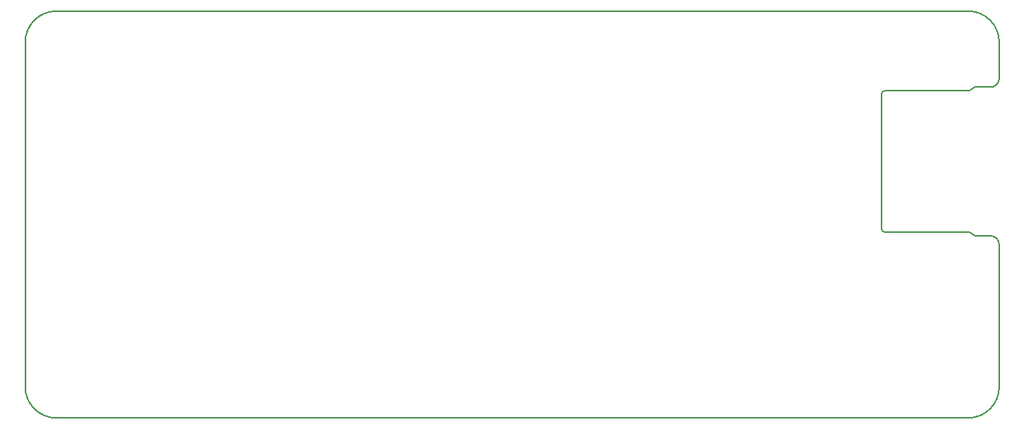
<source format=gbr>
G04 #@! TF.GenerationSoftware,KiCad,Pcbnew,(2018-01-10 revision 7e6a654)-master*
G04 #@! TF.CreationDate,2018-02-04T00:48:26+01:00*
G04 #@! TF.ProjectId,jiffy,6A696666792E6B696361645F70636200,rev?*
G04 #@! TF.SameCoordinates,Original*
G04 #@! TF.FileFunction,Profile,NP*
%FSLAX46Y46*%
G04 Gerber Fmt 4.6, Leading zero omitted, Abs format (unit mm)*
G04 Created by KiCad (PCBNEW (2018-01-10 revision 7e6a654)-master) date 2018 February 04, Sunday 00:48:26*
%MOMM*%
%LPD*%
G01*
G04 APERTURE LIST*
%ADD10C,0.200000*%
G04 APERTURE END LIST*
D10*
X187600000Y-77800000D02*
G75*
G02X188000000Y-77400000I400000J0D01*
G01*
X188000000Y-93400000D02*
G75*
G02X187600000Y-93000000I0J400000D01*
G01*
X197500000Y-77400000D02*
X198200000Y-77000000D01*
X199900000Y-77000000D02*
X198200000Y-77000000D01*
X197500000Y-93400000D02*
X198200000Y-93800000D01*
X199900000Y-93800000D02*
X198200000Y-93800000D01*
X197400000Y-68400000D02*
G75*
G02X200900000Y-71900000I0J-3500000D01*
G01*
X200900000Y-110900000D02*
G75*
G02X197400000Y-114400000I-3500000J0D01*
G01*
X94400000Y-114400000D02*
G75*
G02X90900000Y-110900000I0J3500000D01*
G01*
X90900000Y-71900000D02*
G75*
G02X94400000Y-68400000I3500000J0D01*
G01*
X200900000Y-76000000D02*
X200900000Y-71900000D01*
X199900000Y-93800000D02*
G75*
G02X200900000Y-94800000I0J-1000000D01*
G01*
X200900000Y-76000000D02*
G75*
G02X199900000Y-77000000I-1000000J0D01*
G01*
X188000000Y-93400000D02*
X197500000Y-93400000D01*
X187600000Y-77800000D02*
X187600000Y-93000000D01*
X197500000Y-77400000D02*
X188000000Y-77400000D01*
X90900000Y-110900000D02*
X90900000Y-71900000D01*
X197400000Y-114400000D02*
X94400000Y-114400000D01*
X200900000Y-94800000D02*
X200900000Y-110900000D01*
X94400000Y-68400000D02*
X197400000Y-68400000D01*
M02*

</source>
